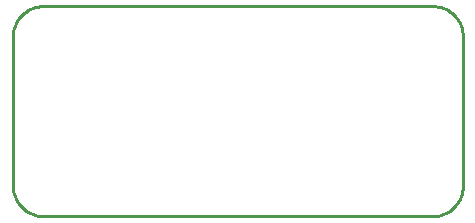
<source format=gbr>
G04 EAGLE Gerber RS-274X export*
G75*
%MOMM*%
%FSLAX34Y34*%
%LPD*%
%IN*%
%IPPOS*%
%AMOC8*
5,1,8,0,0,1.08239X$1,22.5*%
G01*
%ADD10C,0.254000*%


D10*
X0Y25400D02*
X97Y23186D01*
X386Y20989D01*
X865Y18826D01*
X1532Y16713D01*
X2380Y14666D01*
X3403Y12700D01*
X4594Y10831D01*
X5942Y9073D01*
X7440Y7440D01*
X9073Y5942D01*
X10831Y4594D01*
X12700Y3403D01*
X14666Y2380D01*
X16713Y1532D01*
X18826Y865D01*
X20989Y386D01*
X23186Y97D01*
X25400Y0D01*
X355600Y0D01*
X357814Y97D01*
X360011Y386D01*
X362174Y865D01*
X364287Y1532D01*
X366335Y2380D01*
X368300Y3403D01*
X370169Y4594D01*
X371927Y5942D01*
X373561Y7440D01*
X375058Y9073D01*
X376406Y10831D01*
X377597Y12700D01*
X378620Y14666D01*
X379468Y16713D01*
X380135Y18826D01*
X380614Y20989D01*
X380903Y23186D01*
X381000Y25400D01*
X381000Y152400D01*
X380903Y154614D01*
X380614Y156811D01*
X380135Y158974D01*
X379468Y161087D01*
X378620Y163135D01*
X377597Y165100D01*
X376406Y166969D01*
X375058Y168727D01*
X373561Y170361D01*
X371927Y171858D01*
X370169Y173206D01*
X368300Y174397D01*
X366335Y175420D01*
X364287Y176268D01*
X362174Y176935D01*
X360011Y177414D01*
X357814Y177703D01*
X355600Y177800D01*
X25400Y177800D01*
X23186Y177703D01*
X20989Y177414D01*
X18826Y176935D01*
X16713Y176268D01*
X14666Y175420D01*
X12700Y174397D01*
X10831Y173206D01*
X9073Y171858D01*
X7440Y170361D01*
X5942Y168727D01*
X4594Y166969D01*
X3403Y165100D01*
X2380Y163135D01*
X1532Y161087D01*
X865Y158974D01*
X386Y156811D01*
X97Y154614D01*
X0Y152400D01*
X0Y25400D01*
M02*

</source>
